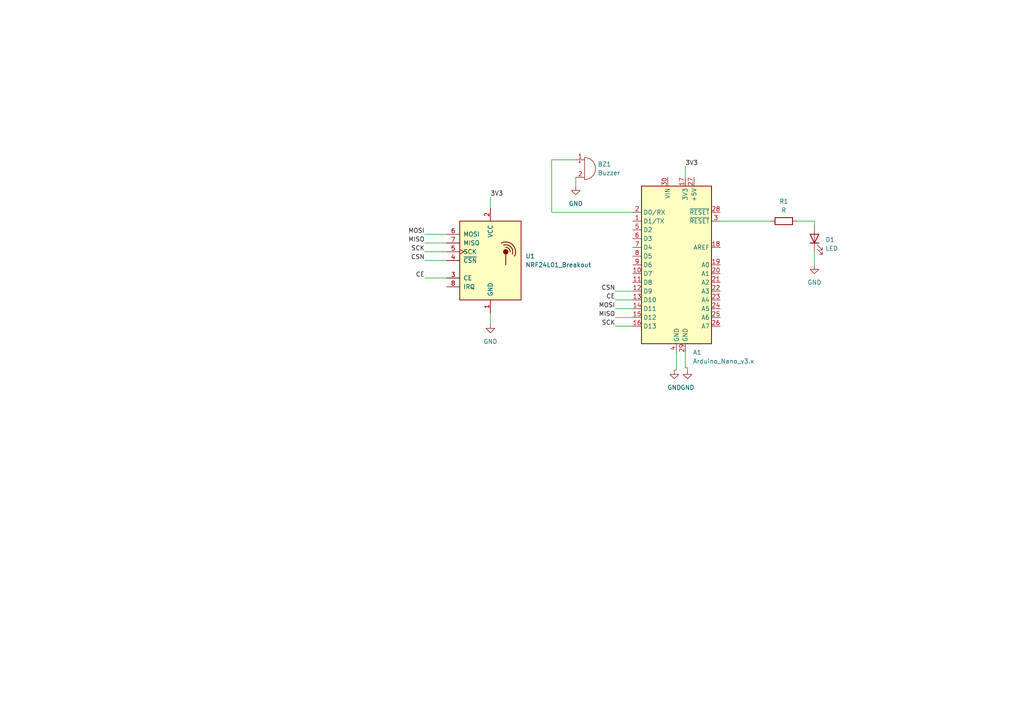
<source format=kicad_sch>
(kicad_sch (version 20230121) (generator eeschema)
  (paper "A4")
  (lib_symbols
    (symbol "Device:Buzzer" (pin_names (offset 0.0254) hide)
      (property "Reference" "BZ" (at 3.81 1.27 0))
      (property "Value" "Buzzer" (at 3.81 -1.27 0))
      (symbol "Buzzer_0_1"
        (arc (start 0 -3.175) (mid 3.1612 0) (end 0 3.175))
        (polyline (pts (xy -1.651 1.905) (xy -1.143 1.905)))
        (polyline (pts (xy -1.397 2.159) (xy -1.397 1.651)))
        (polyline (pts (xy 0 3.175) (xy 0 -3.175)))
      )
      (symbol "Buzzer_1_1"
        (pin passive line (at -2.54 2.54 0) (length 2.54) (name "-") (number "1"))
        (pin passive line (at -2.54 -2.54 0) (length 2.54) (name "+") (number "2"))
      )
    )
    (symbol "Device:LED" (pin_numbers hide) (pin_names (offset 1.016) hide)
      (property "Reference" "D" (at 0 2.54 0))
      (property "Value" "LED" (at 0 -2.54 0))
      (symbol "LED_0_1"
        (polyline (pts (xy -1.27 -1.27) (xy -1.27 1.27)) (stroke (width 0.254)))
        (polyline (pts (xy -1.27 0) (xy 1.27 0)))
        (polyline (pts (xy 1.27 -1.27) (xy 1.27 1.27) (xy -1.27 0) (xy 1.27 -1.27)) (stroke (width 0.254)))
        (polyline (pts (xy -3.048 -0.762) (xy -4.572 -2.286) (xy -3.81 -2.286) (xy -4.572 -2.286) (xy -4.572 -1.524)))
        (polyline (pts (xy -1.778 -0.762) (xy -3.302 -2.286) (xy -2.54 -2.286) (xy -3.302 -2.286) (xy -3.302 -1.524)))
      )
      (symbol "LED_1_1"
        (pin passive line (at -3.81 0 0) (length 2.54) (name "K") (number "1"))
        (pin passive line (at 3.81 0 180) (length 2.54) (name "A") (number "2"))
      )
    )
    (symbol "Device:R" (pin_numbers hide) (pin_names (offset 0))
      (property "Reference" "R" (at 2.032 0 90))
      (property "Value" "R" (at 0 0 90))
      (symbol "R_0_1"
        (rectangle (start -1.016 -2.54) (end 1.016 2.54) (stroke (width 0.254)))
      )
      (symbol "R_1_1"
        (pin passive line (at 0 3.81 270) (length 1.27) (name "~") (number "1"))
        (pin passive line (at 0 -3.81 90) (length 1.27) (name "~") (number "2"))
      )
    )
    (symbol "MCU_Module:Arduino_Nano_v3.x"
      (property "Reference" "A" (at -10.16 23.495 0))
      (property "Value" "Arduino_Nano_v3.x" (at 5.08 -24.13 0))
      (symbol "Arduino_Nano_v3.x_0_1"
        (rectangle (start -10.16 22.86) (end 10.16 -22.86) (stroke (width 0.254)) (fill (type background)))
      )
      (symbol "Arduino_Nano_v3.x_1_1"
        (pin bidirectional line (at -12.7 12.7 0) (length 2.54) (name "D1/TX") (number "1"))
        (pin bidirectional line (at -12.7 -2.54 0) (length 2.54) (name "D7") (number "10"))
        (pin bidirectional line (at -12.7 -5.08 0) (length 2.54) (name "D8") (number "11"))
        (pin bidirectional line (at -12.7 -7.62 0) (length 2.54) (name "D9") (number "12"))
        (pin bidirectional line (at -12.7 -10.16 0) (length 2.54) (name "D10") (number "13"))
        (pin bidirectional line (at -12.7 -12.7 0) (length 2.54) (name "D11") (number "14"))
        (pin bidirectional line (at -12.7 -15.24 0) (length 2.54) (name "D12") (number "15"))
        (pin bidirectional line (at -12.7 -17.78 0) (length 2.54) (name "D13") (number "16"))
        (pin power_out line (at 2.54 25.4 270) (length 2.54) (name "3V3") (number "17"))
        (pin input line (at 12.7 5.08 180) (length 2.54) (name "AREF") (number "18"))
        (pin bidirectional line (at 12.7 0 180) (length 2.54) (name "A0") (number "19"))
        (pin bidirectional line (at -12.7 15.24 0) (length 2.54) (name "D0/RX") (number "2"))
        (pin bidirectional line (at 12.7 -2.54 180) (length 2.54) (name "A1") (number "20"))
        (pin bidirectional line (at 12.7 -5.08 180) (length 2.54) (name "A2") (number "21"))
        (pin bidirectional line (at 12.7 -7.62 180) (length 2.54) (name "A3") (number "22"))
        (pin bidirectional line (at 12.7 -10.16 180) (length 2.54) (name "A4") (number "23"))
        (pin bidirectional line (at 12.7 -12.7 180) (length 2.54) (name "A5") (number "24"))
        (pin bidirectional line (at 12.7 -15.24 180) (length 2.54) (name "A6") (number "25"))
        (pin bidirectional line (at 12.7 -17.78 180) (length 2.54) (name "A7") (number "26"))
        (pin power_out line (at 5.08 25.4 270) (length 2.54) (name "+5V") (number "27"))
        (pin input line (at 12.7 15.24 180) (length 2.54) (name "~{RESET}") (number "28"))
        (pin power_in line (at 2.54 -25.4 90) (length 2.54) (name "GND") (number "29"))
        (pin input line (at 12.7 12.7 180) (length 2.54) (name "~{RESET}") (number "3"))
        (pin power_in line (at -2.54 25.4 270) (length 2.54) (name "VIN") (number "30"))
        (pin power_in line (at 0 -25.4 90) (length 2.54) (name "GND") (number "4"))
        (pin bidirectional line (at -12.7 10.16 0) (length 2.54) (name "D2") (number "5"))
        (pin bidirectional line (at -12.7 7.62 0) (length 2.54) (name "D3") (number "6"))
        (pin bidirectional line (at -12.7 5.08 0) (length 2.54) (name "D4") (number "7"))
        (pin bidirectional line (at -12.7 2.54 0) (length 2.54) (name "D5") (number "8"))
        (pin bidirectional line (at -12.7 0 0) (length 2.54) (name "D6") (number "9"))
      )
    )
    (symbol "RF:NRF24L01_Breakout" (pin_names (offset 1.016))
      (property "Reference" "U" (at -8.89 12.7 0))
      (property "Value" "NRF24L01_Breakout" (at 3.81 12.7 0))
      (symbol "NRF24L01_Breakout_0_1"
        (rectangle (start -8.89 11.43) (end 8.89 -11.43) (stroke (width 0.254)) (fill (type background)))
        (polyline (pts (xy 4.445 1.905) (xy 4.445 -1.27)) (stroke (width 0.254)))
        (circle (center 4.445 2.54) (radius 0.635) (stroke (width 0.254)) (fill (type outline)))
        (arc (start 5.715 2.54) (mid 5.3521 3.4546) (end 4.445 3.81) (stroke (width 0.254)))
        (arc (start 6.35 1.905) (mid 5.8763 3.9854) (end 3.81 4.445) (stroke (width 0.254)))
        (arc (start 6.985 1.27) (mid 6.453 4.548) (end 3.175 5.08) (stroke (width 0.254)))
      )
      (symbol "NRF24L01_Breakout_1_1"
        (pin power_in line (at 0 -15.24 90) (length 3.81) (name "GND") (number "1"))
        (pin power_in line (at 0 15.24 270) (length 3.81) (name "VCC") (number "2"))
        (pin input line (at -12.7 -5.08 0) (length 3.81) (name "CE") (number "3"))
        (pin input line (at -12.7 0 0) (length 3.81) (name "~{CSN}") (number "4"))
        (pin input clock (at -12.7 2.54 0) (length 3.81) (name "SCK") (number "5"))
        (pin input line (at -12.7 7.62 0) (length 3.81) (name "MOSI") (number "6"))
        (pin output line (at -12.7 5.08 0) (length 3.81) (name "MISO") (number "7"))
        (pin output line (at -12.7 -7.62 0) (length 3.81) (name "IRQ") (number "8"))
      )
    )
    (symbol "power:GND" (power) (pin_names (offset 0))
      (property "Value" "GND" (at 0 -3.81 0))
      (symbol "GND_0_1"
        (polyline (pts (xy 0 0) (xy 0 -1.27) (xy 1.27 -1.27) (xy 0 -2.54) (xy -1.27 -1.27) (xy 0 -1.27)))
      )
      (symbol "GND_1_1"
        (pin power_in line (at 0 0 270) (length 0) hide (name "GND") (number "1"))
      )
    )
  )
  (wire (pts (xy 198.755 48.26) (xy 198.755 51.435)))
  (wire (pts (xy 123.19 80.645) (xy 129.54 80.645)))
  (wire (pts (xy 236.22 64.135) (xy 236.22 65.405)))
  (wire (pts (xy 142.24 90.805) (xy 142.24 93.98)))
  (wire (pts (xy 178.435 92.075) (xy 183.515 92.075)))
  (wire (pts (xy 199.39 106.68) (xy 199.39 107.315)))
  (wire (pts (xy 236.22 73.025) (xy 236.22 76.835)))
  (wire (pts (xy 199.39 106.68) (xy 198.755 106.68)))
  (wire (pts (xy 178.435 86.995) (xy 183.515 86.995)))
  (wire (pts (xy 160.02 61.595) (xy 160.02 46.355)))
  (wire (pts (xy 178.435 94.615) (xy 183.515 94.615)))
  (wire (pts (xy 223.52 64.135) (xy 208.915 64.135)))
  (wire (pts (xy 167.005 51.435) (xy 167.005 53.975)))
  (wire (pts (xy 178.435 84.455) (xy 183.515 84.455)))
  (wire (pts (xy 198.755 106.68) (xy 198.755 102.235)))
  (wire (pts (xy 123.19 67.945) (xy 129.54 67.945)))
  (wire (pts (xy 196.215 107.315) (xy 195.58 107.315)))
  (wire (pts (xy 160.02 46.355) (xy 167.005 46.355)))
  (wire (pts (xy 142.24 57.15) (xy 142.24 60.325)))
  (wire (pts (xy 123.19 75.565) (xy 129.54 75.565)))
  (wire (pts (xy 123.19 73.025) (xy 129.54 73.025)))
  (wire (pts (xy 183.515 61.595) (xy 160.02 61.595)))
  (wire (pts (xy 123.19 70.485) (xy 129.54 70.485)))
  (wire (pts (xy 231.14 64.135) (xy 236.22 64.135)))
  (wire (pts (xy 178.435 89.535) (xy 183.515 89.535)))
  (wire (pts (xy 196.215 102.235) (xy 196.215 107.315)))
  (label "MISO" (at 123.19 70.485 180))
  (label "SCK" (at 178.435 94.615 180))
  (label "CSN" (at 178.435 84.455 180))
  (label "3V3" (at 142.24 57.15 0))
  (label "CSN" (at 123.19 75.565 180))
  (label "CE" (at 178.435 86.995 180))
  (label "MOSI" (at 123.19 67.945 180))
  (label "SCK" (at 123.19 73.025 180))
  (label "MOSI" (at 178.435 89.535 180))
  (label "MISO" (at 178.435 92.075 180))
  (label "CE" (at 123.19 80.645 180))
  (label "3V3" (at 198.755 48.26 0))
  (symbol (lib_id "power:GND") (at 199.39 107.315 0) (unit 1)
    (property "Reference" "#PWR03" (effects hide))
    (property "Value" "GND" (at 199.39 112.395 0))
  )
  (symbol (lib_id "Device:R") (at 227.33 64.135 90) (unit 1)
    (property "Reference" "R1" (at 227.33 58.42 90))
    (property "Value" "R" (at 227.33 60.96 90))
    (property "Footprint" "Resistor_THT:R_Axial_DIN0207_L6.3mm_D2.5mm_P7.62mm_Horizontal" (effects hide))
  )
  (symbol (lib_id "Device:LED") (at 236.22 69.215 90) (unit 1)
    (property "Reference" "D1" (at 239.395 69.5325 90) (effects (justify right)))
    (property "Value" "LED" (at 239.395 72.0725 90) (effects (justify right)))
    (property "Footprint" "LED_THT:LED_D5.0mm" (effects hide))
  )
  (symbol (lib_id "MCU_Module:Arduino_Nano_v3.x") (at 196.215 76.835 0) (unit 1)
    (property "Reference" "A1" (at 200.9491 102.235 0) (effects (justify left)))
    (property "Value" "Arduino_Nano_v3.x" (at 200.9491 104.775 0) (effects (justify left)))
    (property "Footprint" "Module:Arduino_Nano" (effects hide))
    (property "Datasheet" "http://www.mouser.com/pdfdocs/Gravitech_Arduino_Nano3_0.pdf" (effects hide))
  )
  (symbol (lib_id "power:GND") (at 195.58 107.315 0) (unit 1)
    (property "Reference" "#PWR02" (effects hide))
    (property "Value" "GND" (at 195.58 112.395 0))
  )
  (symbol (lib_id "RF:NRF24L01_Breakout") (at 142.24 75.565 0) (unit 1)
    (property "Reference" "U1" (at 152.4 74.295 0) (effects (justify left)))
    (property "Value" "NRF24L01_Breakout" (at 152.4 76.835 0) (effects (justify left)))
    (property "Footprint" "RF_Module:nRF24L01_Breakout" (effects hide))
    (property "Datasheet" "http://www.nordicsemi.com/eng/content/download/2730/34105/file/nRF24L01_Product_Specification_v2_0.pdf" (effects hide))
  )
  (symbol (lib_id "Device:Buzzer") (at 169.545 48.895 0) (unit 1)
    (property "Reference" "BZ1" (at 173.355 47.625 0) (effects (justify left)))
    (property "Value" "Buzzer" (at 173.355 50.165 0) (effects (justify left)))
    (property "Footprint" "Buzzer_Beeper:Buzzer_12x9.5RM7.6" (effects hide))
  )
  (symbol (lib_id "power:GND") (at 167.005 53.975 0) (unit 1)
    (property "Reference" "#PWR04" (effects hide))
    (property "Value" "GND" (at 167.005 59.055 0))
  )
  (symbol (lib_id "power:GND") (at 142.24 93.98 0) (unit 1)
    (property "Reference" "#PWR05" (effects hide))
    (property "Value" "GND" (at 142.24 99.06 0))
  )
  (symbol (lib_id "power:GND") (at 236.22 76.835 0) (unit 1)
    (property "Reference" "#PWR01" (effects hide))
    (property "Value" "GND" (at 236.22 81.915 0))
  )
)
</source>
